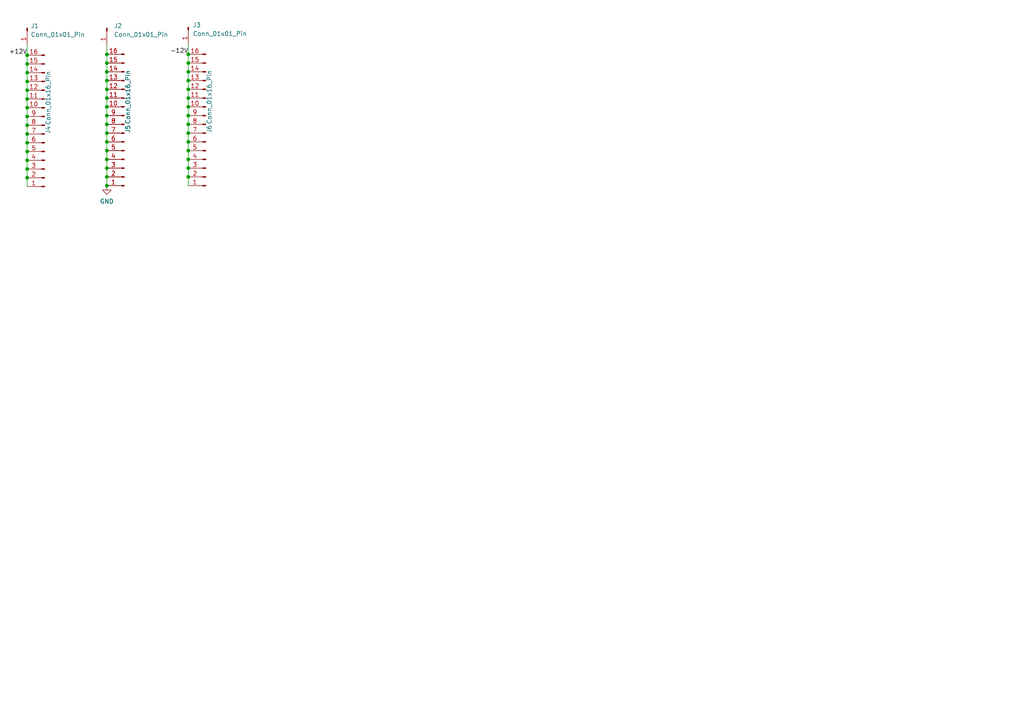
<source format=kicad_sch>
(kicad_sch (version 20230121) (generator eeschema)
  (paper "A4")
  (lib_symbols
    (symbol "Connector:Conn_01x01_Pin" (pin_names (offset 1.016) hide)
      (property "Reference" "J" (at 0 2.54 0))
      (property "Value" "Conn_01x01_Pin" (at 0 -2.54 0))
      (symbol "Conn_01x01_Pin_1_1"
        (polyline (pts (xy 1.27 0) (xy 0.8636 0)) (stroke (width 0.1524)))
        (rectangle (start 0.8636 0.127) (end 0 -0.127) (stroke (width 0.1524)) (fill (type outline)))
        (pin passive line (at 5.08 0 180) (length 3.81) (name "Pin_1") (number "1"))
      )
    )
    (symbol "Connector:Conn_01x16_Pin" (pin_names (offset 1.016) hide)
      (property "Reference" "J" (at 0 20.32 0))
      (property "Value" "Conn_01x16_Pin" (at 0 -22.86 0))
      (symbol "Conn_01x16_Pin_1_1"
        (polyline (pts (xy 1.27 -20.32) (xy 0.8636 -20.32)) (stroke (width 0.1524)))
        (polyline (pts (xy 1.27 -17.78) (xy 0.8636 -17.78)) (stroke (width 0.1524)))
        (polyline (pts (xy 1.27 -15.24) (xy 0.8636 -15.24)) (stroke (width 0.1524)))
        (polyline (pts (xy 1.27 -12.7) (xy 0.8636 -12.7)) (stroke (width 0.1524)))
        (polyline (pts (xy 1.27 -10.16) (xy 0.8636 -10.16)) (stroke (width 0.1524)))
        (polyline (pts (xy 1.27 -7.62) (xy 0.8636 -7.62)) (stroke (width 0.1524)))
        (polyline (pts (xy 1.27 -5.08) (xy 0.8636 -5.08)) (stroke (width 0.1524)))
        (polyline (pts (xy 1.27 -2.54) (xy 0.8636 -2.54)) (stroke (width 0.1524)))
        (polyline (pts (xy 1.27 0) (xy 0.8636 0)) (stroke (width 0.1524)))
        (polyline (pts (xy 1.27 2.54) (xy 0.8636 2.54)) (stroke (width 0.1524)))
        (polyline (pts (xy 1.27 5.08) (xy 0.8636 5.08)) (stroke (width 0.1524)))
        (polyline (pts (xy 1.27 7.62) (xy 0.8636 7.62)) (stroke (width 0.1524)))
        (polyline (pts (xy 1.27 10.16) (xy 0.8636 10.16)) (stroke (width 0.1524)))
        (polyline (pts (xy 1.27 12.7) (xy 0.8636 12.7)) (stroke (width 0.1524)))
        (polyline (pts (xy 1.27 15.24) (xy 0.8636 15.24)) (stroke (width 0.1524)))
        (polyline (pts (xy 1.27 17.78) (xy 0.8636 17.78)) (stroke (width 0.1524)))
        (rectangle (start 0.8636 -20.193) (end 0 -20.447) (stroke (width 0.1524)) (fill (type outline)))
        (rectangle (start 0.8636 -17.653) (end 0 -17.907) (stroke (width 0.1524)) (fill (type outline)))
        (rectangle (start 0.8636 -15.113) (end 0 -15.367) (stroke (width 0.1524)) (fill (type outline)))
        (rectangle (start 0.8636 -12.573) (end 0 -12.827) (stroke (width 0.1524)) (fill (type outline)))
        (rectangle (start 0.8636 -10.033) (end 0 -10.287) (stroke (width 0.1524)) (fill (type outline)))
        (rectangle (start 0.8636 -7.493) (end 0 -7.747) (stroke (width 0.1524)) (fill (type outline)))
        (rectangle (start 0.8636 -4.953) (end 0 -5.207) (stroke (width 0.1524)) (fill (type outline)))
        (rectangle (start 0.8636 -2.413) (end 0 -2.667) (stroke (width 0.1524)) (fill (type outline)))
        (rectangle (start 0.8636 0.127) (end 0 -0.127) (stroke (width 0.1524)) (fill (type outline)))
        (rectangle (start 0.8636 2.667) (end 0 2.413) (stroke (width 0.1524)) (fill (type outline)))
        (rectangle (start 0.8636 5.207) (end 0 4.953) (stroke (width 0.1524)) (fill (type outline)))
        (rectangle (start 0.8636 7.747) (end 0 7.493) (stroke (width 0.1524)) (fill (type outline)))
        (rectangle (start 0.8636 10.287) (end 0 10.033) (stroke (width 0.1524)) (fill (type outline)))
        (rectangle (start 0.8636 12.827) (end 0 12.573) (stroke (width 0.1524)) (fill (type outline)))
        (rectangle (start 0.8636 15.367) (end 0 15.113) (stroke (width 0.1524)) (fill (type outline)))
        (rectangle (start 0.8636 17.907) (end 0 17.653) (stroke (width 0.1524)) (fill (type outline)))
        (pin passive line (at 5.08 17.78 180) (length 3.81) (name "Pin_1") (number "1"))
        (pin passive line (at 5.08 -5.08 180) (length 3.81) (name "Pin_10") (number "10"))
        (pin passive line (at 5.08 -7.62 180) (length 3.81) (name "Pin_11") (number "11"))
        (pin passive line (at 5.08 -10.16 180) (length 3.81) (name "Pin_12") (number "12"))
        (pin passive line (at 5.08 -12.7 180) (length 3.81) (name "Pin_13") (number "13"))
        (pin passive line (at 5.08 -15.24 180) (length 3.81) (name "Pin_14") (number "14"))
        (pin passive line (at 5.08 -17.78 180) (length 3.81) (name "Pin_15") (number "15"))
        (pin passive line (at 5.08 -20.32 180) (length 3.81) (name "Pin_16") (number "16"))
        (pin passive line (at 5.08 15.24 180) (length 3.81) (name "Pin_2") (number "2"))
        (pin passive line (at 5.08 12.7 180) (length 3.81) (name "Pin_3") (number "3"))
        (pin passive line (at 5.08 10.16 180) (length 3.81) (name "Pin_4") (number "4"))
        (pin passive line (at 5.08 7.62 180) (length 3.81) (name "Pin_5") (number "5"))
        (pin passive line (at 5.08 5.08 180) (length 3.81) (name "Pin_6") (number "6"))
        (pin passive line (at 5.08 2.54 180) (length 3.81) (name "Pin_7") (number "7"))
        (pin passive line (at 5.08 0 180) (length 3.81) (name "Pin_8") (number "8"))
        (pin passive line (at 5.08 -2.54 180) (length 3.81) (name "Pin_9") (number "9"))
      )
    )
    (symbol "power:GND" (power) (pin_names (offset 0))
      (property "Value" "GND" (at 0 -3.81 0))
      (symbol "GND_0_1"
        (polyline (pts (xy 0 0) (xy 0 -1.27) (xy 1.27 -1.27) (xy 0 -2.54) (xy -1.27 -1.27) (xy 0 -1.27)))
      )
      (symbol "GND_1_1"
        (pin power_in line (at 0 0 270) (length 0) hide (name "GND") (number "1"))
      )
    )
  )
  (junction (at 7.874 28.702))
  (junction (at 7.874 43.942))
  (junction (at 7.874 33.782))
  (junction (at 7.874 36.322))
  (junction (at 30.988 43.688))
  (junction (at 30.988 23.368))
  (junction (at 30.988 38.608))
  (junction (at 54.61 48.768))
  (junction (at 30.988 15.748))
  (junction (at 7.874 23.622))
  (junction (at 54.61 46.228))
  (junction (at 54.61 36.068))
  (junction (at 7.874 41.402))
  (junction (at 30.988 46.228))
  (junction (at 30.988 41.148))
  (junction (at 30.988 30.988))
  (junction (at 30.988 53.848))
  (junction (at 54.61 41.148))
  (junction (at 7.874 38.862))
  (junction (at 7.874 49.022))
  (junction (at 7.874 46.482))
  (junction (at 54.61 23.368))
  (junction (at 54.61 51.308))
  (junction (at 30.988 33.528))
  (junction (at 54.61 30.988))
  (junction (at 7.874 21.082))
  (junction (at 30.988 36.068))
  (junction (at 54.61 38.608))
  (junction (at 30.988 48.768))
  (junction (at 7.874 26.162))
  (junction (at 7.874 51.562))
  (junction (at 30.988 25.908))
  (junction (at 54.61 33.528))
  (junction (at 54.61 28.448))
  (junction (at 54.61 20.828))
  (junction (at 7.874 31.242))
  (junction (at 7.874 16.002))
  (junction (at 54.61 18.288))
  (junction (at 54.61 25.908))
  (junction (at 30.988 18.288))
  (junction (at 54.61 15.748))
  (junction (at 30.988 51.308))
  (junction (at 30.988 20.828))
  (junction (at 7.874 18.542))
  (junction (at 30.988 28.448))
  (junction (at 54.61 43.688))
  (wire (pts (xy 54.61 15.748) (xy 54.61 18.288)))
  (wire (pts (xy 30.988 28.448) (xy 30.988 30.988)))
  (wire (pts (xy 7.874 26.162) (xy 7.874 28.702)))
  (wire (pts (xy 54.61 23.368) (xy 54.61 25.908)))
  (wire (pts (xy 7.874 51.562) (xy 7.874 54.102)))
  (wire (pts (xy 54.61 43.688) (xy 54.61 46.228)))
  (wire (pts (xy 7.874 38.862) (xy 7.874 41.402)))
  (wire (pts (xy 7.874 36.322) (xy 7.874 38.862)))
  (wire (pts (xy 7.874 49.022) (xy 7.874 51.562)))
  (wire (pts (xy 54.61 48.768) (xy 54.61 51.308)))
  (wire (pts (xy 54.61 36.068) (xy 54.61 38.608)))
  (wire (pts (xy 54.61 41.148) (xy 54.61 43.688)))
  (wire (pts (xy 7.874 31.242) (xy 7.874 33.782)))
  (wire (pts (xy 54.61 51.308) (xy 54.61 53.848)))
  (wire (pts (xy 30.988 43.688) (xy 30.988 46.228)))
  (wire (pts (xy 30.988 30.988) (xy 30.988 33.528)))
  (wire (pts (xy 54.61 18.288) (xy 54.61 20.828)))
  (wire (pts (xy 30.988 41.148) (xy 30.988 43.688)))
  (wire (pts (xy 7.874 46.482) (xy 7.874 49.022)))
  (wire (pts (xy 30.988 23.368) (xy 30.988 25.908)))
  (wire (pts (xy 7.874 43.942) (xy 7.874 46.482)))
  (wire (pts (xy 30.988 51.308) (xy 30.988 53.848)))
  (wire (pts (xy 30.988 18.288) (xy 30.988 20.828)))
  (wire (pts (xy 7.874 33.782) (xy 7.874 36.322)))
  (wire (pts (xy 54.61 46.228) (xy 54.61 48.768)))
  (wire (pts (xy 54.61 12.954) (xy 54.61 15.748)))
  (wire (pts (xy 30.988 25.908) (xy 30.988 28.448)))
  (wire (pts (xy 54.61 20.828) (xy 54.61 23.368)))
  (wire (pts (xy 30.988 15.748) (xy 30.988 18.288)))
  (wire (pts (xy 30.988 38.608) (xy 30.988 41.148)))
  (wire (pts (xy 7.874 28.702) (xy 7.874 31.242)))
  (wire (pts (xy 7.874 23.622) (xy 7.874 26.162)))
  (wire (pts (xy 30.988 46.228) (xy 30.988 48.768)))
  (wire (pts (xy 7.874 16.002) (xy 7.874 18.542)))
  (wire (pts (xy 54.61 33.528) (xy 54.61 36.068)))
  (wire (pts (xy 7.874 21.082) (xy 7.874 23.622)))
  (wire (pts (xy 7.874 13.208) (xy 7.874 16.002)))
  (wire (pts (xy 30.988 13.208) (xy 30.988 15.748)))
  (wire (pts (xy 54.61 28.448) (xy 54.61 30.988)))
  (wire (pts (xy 54.61 25.908) (xy 54.61 28.448)))
  (wire (pts (xy 30.988 48.768) (xy 30.988 51.308)))
  (wire (pts (xy 30.988 33.528) (xy 30.988 36.068)))
  (wire (pts (xy 7.874 18.542) (xy 7.874 21.082)))
  (wire (pts (xy 30.988 36.068) (xy 30.988 38.608)))
  (wire (pts (xy 30.988 20.828) (xy 30.988 23.368)))
  (wire (pts (xy 7.874 41.402) (xy 7.874 43.942)))
  (wire (pts (xy 54.61 30.988) (xy 54.61 33.528)))
  (wire (pts (xy 54.61 38.608) (xy 54.61 41.148)))
  (label "+12V" (at 7.874 16.002 180))
  (label "-12V" (at 54.61 15.748 180))
  (symbol (lib_id "Connector:Conn_01x01_Pin") (at 54.61 7.874 270) (unit 1)
    (property "Reference" "J3" (at 55.88 7.239 90) (effects (justify left)))
    (property "Value" "Conn_01x01_Pin" (at 55.88 9.779 90) (effects (justify left)))
    (property "Footprint" "Connector_PinHeader_2.54mm:PinHeader_1x01_P2.54mm_Vertical" (effects hide))
  )
  (symbol (lib_id "Connector:Conn_01x16_Pin") (at 59.69 36.068 180) (unit 1)
    (property "Reference" "J6" (at 60.706 38.608 90) (effects (justify right)))
    (property "Value" "Conn_01x16_Pin" (at 60.706 36.068 90) (effects (justify right)))
    (property "Footprint" "Connector_PinHeader_2.54mm:PinHeader_1x16_P2.54mm_Vertical" (effects hide))
  )
  (symbol (lib_id "Connector:Conn_01x16_Pin") (at 36.068 36.068 180) (unit 1)
    (property "Reference" "J5" (at 37.084 38.608 90) (effects (justify right)))
    (property "Value" "Conn_01x16_Pin" (at 37.084 36.068 90) (effects (justify right)))
    (property "Footprint" "Connector_PinHeader_2.54mm:PinHeader_1x16_P2.54mm_Vertical" (effects hide))
  )
  (symbol (lib_id "Connector:Conn_01x01_Pin") (at 30.988 8.128 270) (unit 1)
    (property "Reference" "J2" (at 33.02 7.493 90) (effects (justify left)))
    (property "Value" "Conn_01x01_Pin" (at 33.02 10.033 90) (effects (justify left)))
    (property "Footprint" "Connector_PinHeader_2.54mm:PinHeader_1x01_P2.54mm_Vertical" (effects hide))
  )
  (symbol (lib_id "Connector:Conn_01x01_Pin") (at 7.874 8.128 270) (unit 1)
    (property "Reference" "J1" (at 8.89 7.493 90) (effects (justify left)))
    (property "Value" "Conn_01x01_Pin" (at 8.89 10.033 90) (effects (justify left)))
    (property "Footprint" "Connector_PinHeader_2.54mm:PinHeader_1x01_P2.54mm_Vertical" (effects hide))
  )
  (symbol (lib_id "Connector:Conn_01x16_Pin") (at 12.954 36.322 180) (unit 1)
    (property "Reference" "J4" (at 13.97 38.862 90) (effects (justify right)))
    (property "Value" "Conn_01x16_Pin" (at 13.97 36.322 90) (effects (justify right)))
    (property "Footprint" "Connector_PinHeader_2.54mm:PinHeader_1x16_P2.54mm_Vertical" (effects hide))
  )
  (symbol (lib_id "power:GND") (at 30.988 53.848 0) (unit 1)
    (property "Reference" "#PWR01" (effects hide))
    (property "Value" "GND" (at 30.988 58.42 0))
  )
)
</source>
